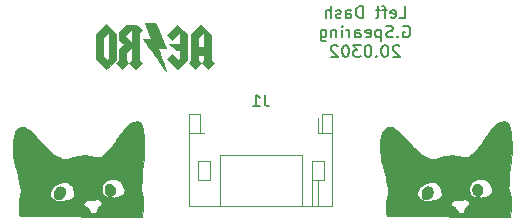
<source format=gbr>
G04 #@! TF.GenerationSoftware,KiCad,Pcbnew,5.1.5-52549c5~84~ubuntu18.04.1*
G04 #@! TF.CreationDate,2020-03-02T21:01:08-05:00*
G04 #@! TF.ProjectId,left-board_rev2,6c656674-2d62-46f6-9172-645f72657632,rev?*
G04 #@! TF.SameCoordinates,Original*
G04 #@! TF.FileFunction,Legend,Bot*
G04 #@! TF.FilePolarity,Positive*
%FSLAX46Y46*%
G04 Gerber Fmt 4.6, Leading zero omitted, Abs format (unit mm)*
G04 Created by KiCad (PCBNEW 5.1.5-52549c5~84~ubuntu18.04.1) date 2020-03-02 21:01:08*
%MOMM*%
%LPD*%
G04 APERTURE LIST*
%ADD10C,0.150000*%
%ADD11C,0.010000*%
%ADD12C,0.120000*%
G04 APERTURE END LIST*
D10*
X131150952Y-35632380D02*
X131627142Y-35632380D01*
X131627142Y-34632380D01*
X130436666Y-35584761D02*
X130531904Y-35632380D01*
X130722380Y-35632380D01*
X130817619Y-35584761D01*
X130865238Y-35489523D01*
X130865238Y-35108571D01*
X130817619Y-35013333D01*
X130722380Y-34965714D01*
X130531904Y-34965714D01*
X130436666Y-35013333D01*
X130389047Y-35108571D01*
X130389047Y-35203809D01*
X130865238Y-35299047D01*
X130103333Y-34965714D02*
X129722380Y-34965714D01*
X129960476Y-35632380D02*
X129960476Y-34775238D01*
X129912857Y-34680000D01*
X129817619Y-34632380D01*
X129722380Y-34632380D01*
X129531904Y-34965714D02*
X129150952Y-34965714D01*
X129389047Y-34632380D02*
X129389047Y-35489523D01*
X129341428Y-35584761D01*
X129246190Y-35632380D01*
X129150952Y-35632380D01*
X128055714Y-35632380D02*
X128055714Y-34632380D01*
X127817619Y-34632380D01*
X127674761Y-34680000D01*
X127579523Y-34775238D01*
X127531904Y-34870476D01*
X127484285Y-35060952D01*
X127484285Y-35203809D01*
X127531904Y-35394285D01*
X127579523Y-35489523D01*
X127674761Y-35584761D01*
X127817619Y-35632380D01*
X128055714Y-35632380D01*
X126627142Y-35632380D02*
X126627142Y-35108571D01*
X126674761Y-35013333D01*
X126770000Y-34965714D01*
X126960476Y-34965714D01*
X127055714Y-35013333D01*
X126627142Y-35584761D02*
X126722380Y-35632380D01*
X126960476Y-35632380D01*
X127055714Y-35584761D01*
X127103333Y-35489523D01*
X127103333Y-35394285D01*
X127055714Y-35299047D01*
X126960476Y-35251428D01*
X126722380Y-35251428D01*
X126627142Y-35203809D01*
X126198571Y-35584761D02*
X126103333Y-35632380D01*
X125912857Y-35632380D01*
X125817619Y-35584761D01*
X125770000Y-35489523D01*
X125770000Y-35441904D01*
X125817619Y-35346666D01*
X125912857Y-35299047D01*
X126055714Y-35299047D01*
X126150952Y-35251428D01*
X126198571Y-35156190D01*
X126198571Y-35108571D01*
X126150952Y-35013333D01*
X126055714Y-34965714D01*
X125912857Y-34965714D01*
X125817619Y-35013333D01*
X125341428Y-35632380D02*
X125341428Y-34632380D01*
X124912857Y-35632380D02*
X124912857Y-35108571D01*
X124960476Y-35013333D01*
X125055714Y-34965714D01*
X125198571Y-34965714D01*
X125293809Y-35013333D01*
X125341428Y-35060952D01*
X131508095Y-36330000D02*
X131603333Y-36282380D01*
X131746190Y-36282380D01*
X131889047Y-36330000D01*
X131984285Y-36425238D01*
X132031904Y-36520476D01*
X132079523Y-36710952D01*
X132079523Y-36853809D01*
X132031904Y-37044285D01*
X131984285Y-37139523D01*
X131889047Y-37234761D01*
X131746190Y-37282380D01*
X131650952Y-37282380D01*
X131508095Y-37234761D01*
X131460476Y-37187142D01*
X131460476Y-36853809D01*
X131650952Y-36853809D01*
X131031904Y-37187142D02*
X130984285Y-37234761D01*
X131031904Y-37282380D01*
X131079523Y-37234761D01*
X131031904Y-37187142D01*
X131031904Y-37282380D01*
X130603333Y-37234761D02*
X130460476Y-37282380D01*
X130222380Y-37282380D01*
X130127142Y-37234761D01*
X130079523Y-37187142D01*
X130031904Y-37091904D01*
X130031904Y-36996666D01*
X130079523Y-36901428D01*
X130127142Y-36853809D01*
X130222380Y-36806190D01*
X130412857Y-36758571D01*
X130508095Y-36710952D01*
X130555714Y-36663333D01*
X130603333Y-36568095D01*
X130603333Y-36472857D01*
X130555714Y-36377619D01*
X130508095Y-36330000D01*
X130412857Y-36282380D01*
X130174761Y-36282380D01*
X130031904Y-36330000D01*
X129603333Y-36615714D02*
X129603333Y-37615714D01*
X129603333Y-36663333D02*
X129508095Y-36615714D01*
X129317619Y-36615714D01*
X129222380Y-36663333D01*
X129174761Y-36710952D01*
X129127142Y-36806190D01*
X129127142Y-37091904D01*
X129174761Y-37187142D01*
X129222380Y-37234761D01*
X129317619Y-37282380D01*
X129508095Y-37282380D01*
X129603333Y-37234761D01*
X128317619Y-37234761D02*
X128412857Y-37282380D01*
X128603333Y-37282380D01*
X128698571Y-37234761D01*
X128746190Y-37139523D01*
X128746190Y-36758571D01*
X128698571Y-36663333D01*
X128603333Y-36615714D01*
X128412857Y-36615714D01*
X128317619Y-36663333D01*
X128270000Y-36758571D01*
X128270000Y-36853809D01*
X128746190Y-36949047D01*
X127412857Y-37282380D02*
X127412857Y-36758571D01*
X127460476Y-36663333D01*
X127555714Y-36615714D01*
X127746190Y-36615714D01*
X127841428Y-36663333D01*
X127412857Y-37234761D02*
X127508095Y-37282380D01*
X127746190Y-37282380D01*
X127841428Y-37234761D01*
X127889047Y-37139523D01*
X127889047Y-37044285D01*
X127841428Y-36949047D01*
X127746190Y-36901428D01*
X127508095Y-36901428D01*
X127412857Y-36853809D01*
X126936666Y-37282380D02*
X126936666Y-36615714D01*
X126936666Y-36806190D02*
X126889047Y-36710952D01*
X126841428Y-36663333D01*
X126746190Y-36615714D01*
X126650952Y-36615714D01*
X126317619Y-37282380D02*
X126317619Y-36615714D01*
X126317619Y-36282380D02*
X126365238Y-36330000D01*
X126317619Y-36377619D01*
X126270000Y-36330000D01*
X126317619Y-36282380D01*
X126317619Y-36377619D01*
X125841428Y-36615714D02*
X125841428Y-37282380D01*
X125841428Y-36710952D02*
X125793809Y-36663333D01*
X125698571Y-36615714D01*
X125555714Y-36615714D01*
X125460476Y-36663333D01*
X125412857Y-36758571D01*
X125412857Y-37282380D01*
X124508095Y-36615714D02*
X124508095Y-37425238D01*
X124555714Y-37520476D01*
X124603333Y-37568095D01*
X124698571Y-37615714D01*
X124841428Y-37615714D01*
X124936666Y-37568095D01*
X124508095Y-37234761D02*
X124603333Y-37282380D01*
X124793809Y-37282380D01*
X124889047Y-37234761D01*
X124936666Y-37187142D01*
X124984285Y-37091904D01*
X124984285Y-36806190D01*
X124936666Y-36710952D01*
X124889047Y-36663333D01*
X124793809Y-36615714D01*
X124603333Y-36615714D01*
X124508095Y-36663333D01*
X131174761Y-38027619D02*
X131127142Y-37980000D01*
X131031904Y-37932380D01*
X130793809Y-37932380D01*
X130698571Y-37980000D01*
X130650952Y-38027619D01*
X130603333Y-38122857D01*
X130603333Y-38218095D01*
X130650952Y-38360952D01*
X131222380Y-38932380D01*
X130603333Y-38932380D01*
X129984285Y-37932380D02*
X129889047Y-37932380D01*
X129793809Y-37980000D01*
X129746190Y-38027619D01*
X129698571Y-38122857D01*
X129650952Y-38313333D01*
X129650952Y-38551428D01*
X129698571Y-38741904D01*
X129746190Y-38837142D01*
X129793809Y-38884761D01*
X129889047Y-38932380D01*
X129984285Y-38932380D01*
X130079523Y-38884761D01*
X130127142Y-38837142D01*
X130174761Y-38741904D01*
X130222380Y-38551428D01*
X130222380Y-38313333D01*
X130174761Y-38122857D01*
X130127142Y-38027619D01*
X130079523Y-37980000D01*
X129984285Y-37932380D01*
X129222380Y-38837142D02*
X129174761Y-38884761D01*
X129222380Y-38932380D01*
X129270000Y-38884761D01*
X129222380Y-38837142D01*
X129222380Y-38932380D01*
X128555714Y-37932380D02*
X128460476Y-37932380D01*
X128365238Y-37980000D01*
X128317619Y-38027619D01*
X128270000Y-38122857D01*
X128222380Y-38313333D01*
X128222380Y-38551428D01*
X128270000Y-38741904D01*
X128317619Y-38837142D01*
X128365238Y-38884761D01*
X128460476Y-38932380D01*
X128555714Y-38932380D01*
X128650952Y-38884761D01*
X128698571Y-38837142D01*
X128746190Y-38741904D01*
X128793809Y-38551428D01*
X128793809Y-38313333D01*
X128746190Y-38122857D01*
X128698571Y-38027619D01*
X128650952Y-37980000D01*
X128555714Y-37932380D01*
X127889047Y-37932380D02*
X127270000Y-37932380D01*
X127603333Y-38313333D01*
X127460476Y-38313333D01*
X127365238Y-38360952D01*
X127317619Y-38408571D01*
X127270000Y-38503809D01*
X127270000Y-38741904D01*
X127317619Y-38837142D01*
X127365238Y-38884761D01*
X127460476Y-38932380D01*
X127746190Y-38932380D01*
X127841428Y-38884761D01*
X127889047Y-38837142D01*
X126650952Y-37932380D02*
X126555714Y-37932380D01*
X126460476Y-37980000D01*
X126412857Y-38027619D01*
X126365238Y-38122857D01*
X126317619Y-38313333D01*
X126317619Y-38551428D01*
X126365238Y-38741904D01*
X126412857Y-38837142D01*
X126460476Y-38884761D01*
X126555714Y-38932380D01*
X126650952Y-38932380D01*
X126746190Y-38884761D01*
X126793809Y-38837142D01*
X126841428Y-38741904D01*
X126889047Y-38551428D01*
X126889047Y-38313333D01*
X126841428Y-38122857D01*
X126793809Y-38027619D01*
X126746190Y-37980000D01*
X126650952Y-37932380D01*
X125936666Y-38027619D02*
X125889047Y-37980000D01*
X125793809Y-37932380D01*
X125555714Y-37932380D01*
X125460476Y-37980000D01*
X125412857Y-38027619D01*
X125365238Y-38122857D01*
X125365238Y-38218095D01*
X125412857Y-38360952D01*
X125984285Y-38932380D01*
X125365238Y-38932380D01*
D11*
G36*
X139959779Y-44393791D02*
G01*
X139872663Y-44406694D01*
X139704546Y-44457810D01*
X139540446Y-44536134D01*
X139376713Y-44645166D01*
X139209697Y-44788408D01*
X139035745Y-44969362D01*
X138851209Y-45191528D01*
X138652436Y-45458409D01*
X138435776Y-45773506D01*
X138415064Y-45804666D01*
X138265450Y-46027569D01*
X138136807Y-46212425D01*
X138021290Y-46369720D01*
X137911053Y-46509941D01*
X137798250Y-46643574D01*
X137728833Y-46721888D01*
X137603623Y-46853992D01*
X137462946Y-46990881D01*
X137318360Y-47122262D01*
X137181421Y-47237839D01*
X137063685Y-47327316D01*
X137009359Y-47362835D01*
X136886940Y-47435708D01*
X136444915Y-47362289D01*
X136165207Y-47318271D01*
X135928123Y-47287899D01*
X135721395Y-47271665D01*
X135532755Y-47270064D01*
X135349936Y-47283587D01*
X135160671Y-47312727D01*
X134952692Y-47357979D01*
X134713732Y-47419833D01*
X134662334Y-47433911D01*
X134418171Y-47497202D01*
X134215443Y-47538831D01*
X134043335Y-47558494D01*
X133891032Y-47555883D01*
X133747721Y-47530691D01*
X133602585Y-47482613D01*
X133444812Y-47411342D01*
X133419508Y-47398693D01*
X133235413Y-47299083D01*
X133063032Y-47190338D01*
X132895017Y-47066205D01*
X132724019Y-46920436D01*
X132542689Y-46746779D01*
X132343678Y-46538986D01*
X132128100Y-46300376D01*
X131868929Y-46012064D01*
X131629863Y-45755391D01*
X131413558Y-45533006D01*
X131222673Y-45347562D01*
X131059864Y-45201712D01*
X130927791Y-45098106D01*
X130912760Y-45087703D01*
X130696215Y-44954819D01*
X130506333Y-44869941D01*
X130339864Y-44833205D01*
X130193560Y-44844749D01*
X130064171Y-44904711D01*
X129948449Y-45013228D01*
X129865363Y-45132033D01*
X129729252Y-45408839D01*
X129628168Y-45725238D01*
X129562101Y-46076565D01*
X129531046Y-46458156D01*
X129534993Y-46865349D01*
X129573935Y-47293479D01*
X129647863Y-47737882D01*
X129756770Y-48193896D01*
X129871243Y-48570444D01*
X129919723Y-48719452D01*
X129960897Y-48852936D01*
X129991656Y-48960260D01*
X130008892Y-49030789D01*
X130011479Y-49050222D01*
X130019096Y-49207161D01*
X130044112Y-49397356D01*
X130083101Y-49601600D01*
X130132640Y-49800686D01*
X130163146Y-49901035D01*
X130204337Y-50028478D01*
X130231496Y-50126712D01*
X130244644Y-50210052D01*
X130243800Y-50292812D01*
X130228987Y-50389307D01*
X130200224Y-50513850D01*
X130164246Y-50654700D01*
X130128138Y-50805359D01*
X130093794Y-50966793D01*
X130066931Y-51111534D01*
X130060027Y-51155391D01*
X130046769Y-51291111D01*
X130040162Y-51459731D01*
X130039769Y-51646663D01*
X130045152Y-51837323D01*
X130055876Y-52017123D01*
X130071502Y-52171478D01*
X130091595Y-52285802D01*
X130094186Y-52295777D01*
X130132667Y-52436888D01*
X140496961Y-52451150D01*
X140528674Y-52288797D01*
X140588947Y-51851656D01*
X140605190Y-51395199D01*
X140600631Y-51317710D01*
X137071303Y-51317710D01*
X137057333Y-51415464D01*
X137016573Y-51495442D01*
X136958723Y-51542000D01*
X136928566Y-51547888D01*
X136868842Y-51572659D01*
X136805898Y-51637196D01*
X136751467Y-51726841D01*
X136722220Y-51805700D01*
X136673755Y-51943719D01*
X136607322Y-52041838D01*
X136516412Y-52113575D01*
X136392063Y-52160980D01*
X136265592Y-52159149D01*
X136157197Y-52111681D01*
X136090034Y-52038423D01*
X136029083Y-51924314D01*
X136016630Y-51892959D01*
X135965572Y-51770798D01*
X135915971Y-51692419D01*
X135857473Y-51646412D01*
X135779724Y-51621363D01*
X135768211Y-51619151D01*
X135646920Y-51585419D01*
X135573555Y-51533739D01*
X135540739Y-51457439D01*
X135537223Y-51410361D01*
X135561352Y-51296244D01*
X135624708Y-51181893D01*
X135713741Y-51087093D01*
X135790793Y-51040066D01*
X135854769Y-51020401D01*
X135925172Y-51017351D01*
X136022688Y-51030761D01*
X136060617Y-51038029D01*
X136157878Y-51054891D01*
X136234714Y-51058704D01*
X136313643Y-51047869D01*
X136417181Y-51020786D01*
X136453464Y-51010127D01*
X136612764Y-50973057D01*
X136738929Y-50970562D01*
X136845263Y-51005135D01*
X136945073Y-51079272D01*
X136973866Y-51107668D01*
X137039280Y-51189407D01*
X137067420Y-51270334D01*
X137071303Y-51317710D01*
X140600631Y-51317710D01*
X140578087Y-50934552D01*
X140508322Y-50484845D01*
X140436556Y-50193823D01*
X139013460Y-50193823D01*
X138990586Y-50343980D01*
X138925079Y-50469323D01*
X138803234Y-50592989D01*
X138634803Y-50696203D01*
X138427065Y-50775379D01*
X138204223Y-50824412D01*
X138089675Y-50832451D01*
X137942254Y-50829819D01*
X137784171Y-50818158D01*
X137637638Y-50799108D01*
X137524866Y-50774312D01*
X137524395Y-50774167D01*
X137348112Y-50702861D01*
X137219684Y-50608505D01*
X137183644Y-50556440D01*
X134764306Y-50556440D01*
X134740668Y-50657047D01*
X134738451Y-50661464D01*
X134630970Y-50807393D01*
X134476739Y-50926995D01*
X134279723Y-51018722D01*
X134043884Y-51081026D01*
X133773188Y-51112361D01*
X133575778Y-51115292D01*
X133418679Y-51110138D01*
X133303265Y-51101126D01*
X133214801Y-51086049D01*
X133138552Y-51062702D01*
X133089593Y-51042504D01*
X132953744Y-50962065D01*
X132830143Y-50852561D01*
X132734012Y-50729488D01*
X132687664Y-50633351D01*
X132669468Y-50492911D01*
X132697183Y-50337808D01*
X132765371Y-50176813D01*
X132868595Y-50018698D01*
X133001415Y-49872236D01*
X133158394Y-49746196D01*
X133282916Y-49673223D01*
X133524233Y-49574897D01*
X133756970Y-49523554D01*
X133976012Y-49518589D01*
X134176243Y-49559399D01*
X134352547Y-49645380D01*
X134499809Y-49775928D01*
X134535642Y-49821068D01*
X134616914Y-49954750D01*
X134683630Y-50108440D01*
X134732575Y-50268825D01*
X134760538Y-50422596D01*
X134764306Y-50556440D01*
X137183644Y-50556440D01*
X137133364Y-50483804D01*
X137083405Y-50321461D01*
X137067873Y-50194607D01*
X137075729Y-49965175D01*
X137132487Y-49762407D01*
X137236004Y-49588876D01*
X137384136Y-49447153D01*
X137574740Y-49339811D01*
X137805673Y-49269423D01*
X137844904Y-49261992D01*
X138076199Y-49248304D01*
X138295704Y-49287831D01*
X138498097Y-49377716D01*
X138678053Y-49515101D01*
X138830250Y-49697129D01*
X138909492Y-49833456D01*
X138986459Y-50024862D01*
X139013460Y-50193823D01*
X140436556Y-50193823D01*
X140433274Y-50180518D01*
X140368421Y-49956148D01*
X140423855Y-49743074D01*
X140445759Y-49648748D01*
X140460753Y-49554498D01*
X140469759Y-49447454D01*
X140473701Y-49314746D01*
X140473500Y-49143506D01*
X140472510Y-49064333D01*
X140471016Y-48871510D01*
X140473840Y-48716929D01*
X140482416Y-48582462D01*
X140498181Y-48449980D01*
X140522569Y-48301354D01*
X140540673Y-48203555D01*
X140587985Y-47930968D01*
X140623631Y-47668148D01*
X140648784Y-47400784D01*
X140664614Y-47114567D01*
X140672293Y-46795187D01*
X140673474Y-46580777D01*
X140668898Y-46196194D01*
X140654673Y-45857732D01*
X140630056Y-45555776D01*
X140594301Y-45280710D01*
X140556640Y-45070888D01*
X140516066Y-44898787D01*
X140467994Y-44739853D01*
X140416368Y-44604192D01*
X140365133Y-44501912D01*
X140318233Y-44443118D01*
X140309348Y-44437266D01*
X140216086Y-44406979D01*
X140091682Y-44391935D01*
X139959779Y-44393791D01*
G37*
X139959779Y-44393791D02*
X139872663Y-44406694D01*
X139704546Y-44457810D01*
X139540446Y-44536134D01*
X139376713Y-44645166D01*
X139209697Y-44788408D01*
X139035745Y-44969362D01*
X138851209Y-45191528D01*
X138652436Y-45458409D01*
X138435776Y-45773506D01*
X138415064Y-45804666D01*
X138265450Y-46027569D01*
X138136807Y-46212425D01*
X138021290Y-46369720D01*
X137911053Y-46509941D01*
X137798250Y-46643574D01*
X137728833Y-46721888D01*
X137603623Y-46853992D01*
X137462946Y-46990881D01*
X137318360Y-47122262D01*
X137181421Y-47237839D01*
X137063685Y-47327316D01*
X137009359Y-47362835D01*
X136886940Y-47435708D01*
X136444915Y-47362289D01*
X136165207Y-47318271D01*
X135928123Y-47287899D01*
X135721395Y-47271665D01*
X135532755Y-47270064D01*
X135349936Y-47283587D01*
X135160671Y-47312727D01*
X134952692Y-47357979D01*
X134713732Y-47419833D01*
X134662334Y-47433911D01*
X134418171Y-47497202D01*
X134215443Y-47538831D01*
X134043335Y-47558494D01*
X133891032Y-47555883D01*
X133747721Y-47530691D01*
X133602585Y-47482613D01*
X133444812Y-47411342D01*
X133419508Y-47398693D01*
X133235413Y-47299083D01*
X133063032Y-47190338D01*
X132895017Y-47066205D01*
X132724019Y-46920436D01*
X132542689Y-46746779D01*
X132343678Y-46538986D01*
X132128100Y-46300376D01*
X131868929Y-46012064D01*
X131629863Y-45755391D01*
X131413558Y-45533006D01*
X131222673Y-45347562D01*
X131059864Y-45201712D01*
X130927791Y-45098106D01*
X130912760Y-45087703D01*
X130696215Y-44954819D01*
X130506333Y-44869941D01*
X130339864Y-44833205D01*
X130193560Y-44844749D01*
X130064171Y-44904711D01*
X129948449Y-45013228D01*
X129865363Y-45132033D01*
X129729252Y-45408839D01*
X129628168Y-45725238D01*
X129562101Y-46076565D01*
X129531046Y-46458156D01*
X129534993Y-46865349D01*
X129573935Y-47293479D01*
X129647863Y-47737882D01*
X129756770Y-48193896D01*
X129871243Y-48570444D01*
X129919723Y-48719452D01*
X129960897Y-48852936D01*
X129991656Y-48960260D01*
X130008892Y-49030789D01*
X130011479Y-49050222D01*
X130019096Y-49207161D01*
X130044112Y-49397356D01*
X130083101Y-49601600D01*
X130132640Y-49800686D01*
X130163146Y-49901035D01*
X130204337Y-50028478D01*
X130231496Y-50126712D01*
X130244644Y-50210052D01*
X130243800Y-50292812D01*
X130228987Y-50389307D01*
X130200224Y-50513850D01*
X130164246Y-50654700D01*
X130128138Y-50805359D01*
X130093794Y-50966793D01*
X130066931Y-51111534D01*
X130060027Y-51155391D01*
X130046769Y-51291111D01*
X130040162Y-51459731D01*
X130039769Y-51646663D01*
X130045152Y-51837323D01*
X130055876Y-52017123D01*
X130071502Y-52171478D01*
X130091595Y-52285802D01*
X130094186Y-52295777D01*
X130132667Y-52436888D01*
X140496961Y-52451150D01*
X140528674Y-52288797D01*
X140588947Y-51851656D01*
X140605190Y-51395199D01*
X140600631Y-51317710D01*
X137071303Y-51317710D01*
X137057333Y-51415464D01*
X137016573Y-51495442D01*
X136958723Y-51542000D01*
X136928566Y-51547888D01*
X136868842Y-51572659D01*
X136805898Y-51637196D01*
X136751467Y-51726841D01*
X136722220Y-51805700D01*
X136673755Y-51943719D01*
X136607322Y-52041838D01*
X136516412Y-52113575D01*
X136392063Y-52160980D01*
X136265592Y-52159149D01*
X136157197Y-52111681D01*
X136090034Y-52038423D01*
X136029083Y-51924314D01*
X136016630Y-51892959D01*
X135965572Y-51770798D01*
X135915971Y-51692419D01*
X135857473Y-51646412D01*
X135779724Y-51621363D01*
X135768211Y-51619151D01*
X135646920Y-51585419D01*
X135573555Y-51533739D01*
X135540739Y-51457439D01*
X135537223Y-51410361D01*
X135561352Y-51296244D01*
X135624708Y-51181893D01*
X135713741Y-51087093D01*
X135790793Y-51040066D01*
X135854769Y-51020401D01*
X135925172Y-51017351D01*
X136022688Y-51030761D01*
X136060617Y-51038029D01*
X136157878Y-51054891D01*
X136234714Y-51058704D01*
X136313643Y-51047869D01*
X136417181Y-51020786D01*
X136453464Y-51010127D01*
X136612764Y-50973057D01*
X136738929Y-50970562D01*
X136845263Y-51005135D01*
X136945073Y-51079272D01*
X136973866Y-51107668D01*
X137039280Y-51189407D01*
X137067420Y-51270334D01*
X137071303Y-51317710D01*
X140600631Y-51317710D01*
X140578087Y-50934552D01*
X140508322Y-50484845D01*
X140436556Y-50193823D01*
X139013460Y-50193823D01*
X138990586Y-50343980D01*
X138925079Y-50469323D01*
X138803234Y-50592989D01*
X138634803Y-50696203D01*
X138427065Y-50775379D01*
X138204223Y-50824412D01*
X138089675Y-50832451D01*
X137942254Y-50829819D01*
X137784171Y-50818158D01*
X137637638Y-50799108D01*
X137524866Y-50774312D01*
X137524395Y-50774167D01*
X137348112Y-50702861D01*
X137219684Y-50608505D01*
X137183644Y-50556440D01*
X134764306Y-50556440D01*
X134740668Y-50657047D01*
X134738451Y-50661464D01*
X134630970Y-50807393D01*
X134476739Y-50926995D01*
X134279723Y-51018722D01*
X134043884Y-51081026D01*
X133773188Y-51112361D01*
X133575778Y-51115292D01*
X133418679Y-51110138D01*
X133303265Y-51101126D01*
X133214801Y-51086049D01*
X133138552Y-51062702D01*
X133089593Y-51042504D01*
X132953744Y-50962065D01*
X132830143Y-50852561D01*
X132734012Y-50729488D01*
X132687664Y-50633351D01*
X132669468Y-50492911D01*
X132697183Y-50337808D01*
X132765371Y-50176813D01*
X132868595Y-50018698D01*
X133001415Y-49872236D01*
X133158394Y-49746196D01*
X133282916Y-49673223D01*
X133524233Y-49574897D01*
X133756970Y-49523554D01*
X133976012Y-49518589D01*
X134176243Y-49559399D01*
X134352547Y-49645380D01*
X134499809Y-49775928D01*
X134535642Y-49821068D01*
X134616914Y-49954750D01*
X134683630Y-50108440D01*
X134732575Y-50268825D01*
X134760538Y-50422596D01*
X134764306Y-50556440D01*
X137183644Y-50556440D01*
X137133364Y-50483804D01*
X137083405Y-50321461D01*
X137067873Y-50194607D01*
X137075729Y-49965175D01*
X137132487Y-49762407D01*
X137236004Y-49588876D01*
X137384136Y-49447153D01*
X137574740Y-49339811D01*
X137805673Y-49269423D01*
X137844904Y-49261992D01*
X138076199Y-49248304D01*
X138295704Y-49287831D01*
X138498097Y-49377716D01*
X138678053Y-49515101D01*
X138830250Y-49697129D01*
X138909492Y-49833456D01*
X138986459Y-50024862D01*
X139013460Y-50193823D01*
X140436556Y-50193823D01*
X140433274Y-50180518D01*
X140368421Y-49956148D01*
X140423855Y-49743074D01*
X140445759Y-49648748D01*
X140460753Y-49554498D01*
X140469759Y-49447454D01*
X140473701Y-49314746D01*
X140473500Y-49143506D01*
X140472510Y-49064333D01*
X140471016Y-48871510D01*
X140473840Y-48716929D01*
X140482416Y-48582462D01*
X140498181Y-48449980D01*
X140522569Y-48301354D01*
X140540673Y-48203555D01*
X140587985Y-47930968D01*
X140623631Y-47668148D01*
X140648784Y-47400784D01*
X140664614Y-47114567D01*
X140672293Y-46795187D01*
X140673474Y-46580777D01*
X140668898Y-46196194D01*
X140654673Y-45857732D01*
X140630056Y-45555776D01*
X140594301Y-45280710D01*
X140556640Y-45070888D01*
X140516066Y-44898787D01*
X140467994Y-44739853D01*
X140416368Y-44604192D01*
X140365133Y-44501912D01*
X140318233Y-44443118D01*
X140309348Y-44437266D01*
X140216086Y-44406979D01*
X140091682Y-44391935D01*
X139959779Y-44393791D01*
G36*
X133450480Y-49910541D02*
G01*
X133300989Y-49978294D01*
X133183136Y-50089158D01*
X133101001Y-50236989D01*
X133058660Y-50415640D01*
X133053667Y-50508559D01*
X133071786Y-50691562D01*
X133124412Y-50833594D01*
X133208943Y-50932323D01*
X133322783Y-50985416D01*
X133463331Y-50990540D01*
X133565312Y-50967812D01*
X133705308Y-50896375D01*
X133824861Y-50780618D01*
X133913740Y-50631733D01*
X133941074Y-50556670D01*
X133972125Y-50438408D01*
X133982551Y-50347618D01*
X133973199Y-50259572D01*
X133953960Y-50181335D01*
X133890874Y-50047701D01*
X133791244Y-49952898D01*
X133663250Y-49901327D01*
X133515077Y-49897389D01*
X133450480Y-49910541D01*
G37*
X133450480Y-49910541D02*
X133300989Y-49978294D01*
X133183136Y-50089158D01*
X133101001Y-50236989D01*
X133058660Y-50415640D01*
X133053667Y-50508559D01*
X133071786Y-50691562D01*
X133124412Y-50833594D01*
X133208943Y-50932323D01*
X133322783Y-50985416D01*
X133463331Y-50990540D01*
X133565312Y-50967812D01*
X133705308Y-50896375D01*
X133824861Y-50780618D01*
X133913740Y-50631733D01*
X133941074Y-50556670D01*
X133972125Y-50438408D01*
X133982551Y-50347618D01*
X133973199Y-50259572D01*
X133953960Y-50181335D01*
X133890874Y-50047701D01*
X133791244Y-49952898D01*
X133663250Y-49901327D01*
X133515077Y-49897389D01*
X133450480Y-49910541D01*
G36*
X137591272Y-49718494D02*
G01*
X137473375Y-49791328D01*
X137387686Y-49899474D01*
X137342612Y-50040654D01*
X137335545Y-50202261D01*
X137364304Y-50365091D01*
X137426704Y-50509939D01*
X137462920Y-50561406D01*
X137570044Y-50650689D01*
X137700865Y-50696847D01*
X137840249Y-50697722D01*
X137973065Y-50651156D01*
X137995438Y-50637349D01*
X138100491Y-50535811D01*
X138168944Y-50403932D01*
X138200834Y-50254314D01*
X138196193Y-50099557D01*
X138155058Y-49952262D01*
X138077463Y-49825029D01*
X137992983Y-49748722D01*
X137865558Y-49693584D01*
X137726827Y-49684710D01*
X137591272Y-49718494D01*
G37*
X137591272Y-49718494D02*
X137473375Y-49791328D01*
X137387686Y-49899474D01*
X137342612Y-50040654D01*
X137335545Y-50202261D01*
X137364304Y-50365091D01*
X137426704Y-50509939D01*
X137462920Y-50561406D01*
X137570044Y-50650689D01*
X137700865Y-50696847D01*
X137840249Y-50697722D01*
X137973065Y-50651156D01*
X137995438Y-50637349D01*
X138100491Y-50535811D01*
X138168944Y-50403932D01*
X138200834Y-50254314D01*
X138196193Y-50099557D01*
X138155058Y-49952262D01*
X138077463Y-49825029D01*
X137992983Y-49748722D01*
X137865558Y-49693584D01*
X137726827Y-49684710D01*
X137591272Y-49718494D01*
G36*
X106476272Y-49718494D02*
G01*
X106358375Y-49791328D01*
X106272686Y-49899474D01*
X106227612Y-50040654D01*
X106220545Y-50202261D01*
X106249304Y-50365091D01*
X106311704Y-50509939D01*
X106347920Y-50561406D01*
X106455044Y-50650689D01*
X106585865Y-50696847D01*
X106725249Y-50697722D01*
X106858065Y-50651156D01*
X106880438Y-50637349D01*
X106985491Y-50535811D01*
X107053944Y-50403932D01*
X107085834Y-50254314D01*
X107081193Y-50099557D01*
X107040058Y-49952262D01*
X106962463Y-49825029D01*
X106877983Y-49748722D01*
X106750558Y-49693584D01*
X106611827Y-49684710D01*
X106476272Y-49718494D01*
G37*
X106476272Y-49718494D02*
X106358375Y-49791328D01*
X106272686Y-49899474D01*
X106227612Y-50040654D01*
X106220545Y-50202261D01*
X106249304Y-50365091D01*
X106311704Y-50509939D01*
X106347920Y-50561406D01*
X106455044Y-50650689D01*
X106585865Y-50696847D01*
X106725249Y-50697722D01*
X106858065Y-50651156D01*
X106880438Y-50637349D01*
X106985491Y-50535811D01*
X107053944Y-50403932D01*
X107085834Y-50254314D01*
X107081193Y-50099557D01*
X107040058Y-49952262D01*
X106962463Y-49825029D01*
X106877983Y-49748722D01*
X106750558Y-49693584D01*
X106611827Y-49684710D01*
X106476272Y-49718494D01*
G36*
X102335480Y-49910541D02*
G01*
X102185989Y-49978294D01*
X102068136Y-50089158D01*
X101986001Y-50236989D01*
X101943660Y-50415640D01*
X101938667Y-50508559D01*
X101956786Y-50691562D01*
X102009412Y-50833594D01*
X102093943Y-50932323D01*
X102207783Y-50985416D01*
X102348331Y-50990540D01*
X102450312Y-50967812D01*
X102590308Y-50896375D01*
X102709861Y-50780618D01*
X102798740Y-50631733D01*
X102826074Y-50556670D01*
X102857125Y-50438408D01*
X102867551Y-50347618D01*
X102858199Y-50259572D01*
X102838960Y-50181335D01*
X102775874Y-50047701D01*
X102676244Y-49952898D01*
X102548250Y-49901327D01*
X102400077Y-49897389D01*
X102335480Y-49910541D01*
G37*
X102335480Y-49910541D02*
X102185989Y-49978294D01*
X102068136Y-50089158D01*
X101986001Y-50236989D01*
X101943660Y-50415640D01*
X101938667Y-50508559D01*
X101956786Y-50691562D01*
X102009412Y-50833594D01*
X102093943Y-50932323D01*
X102207783Y-50985416D01*
X102348331Y-50990540D01*
X102450312Y-50967812D01*
X102590308Y-50896375D01*
X102709861Y-50780618D01*
X102798740Y-50631733D01*
X102826074Y-50556670D01*
X102857125Y-50438408D01*
X102867551Y-50347618D01*
X102858199Y-50259572D01*
X102838960Y-50181335D01*
X102775874Y-50047701D01*
X102676244Y-49952898D01*
X102548250Y-49901327D01*
X102400077Y-49897389D01*
X102335480Y-49910541D01*
G36*
X108844779Y-44393791D02*
G01*
X108757663Y-44406694D01*
X108589546Y-44457810D01*
X108425446Y-44536134D01*
X108261713Y-44645166D01*
X108094697Y-44788408D01*
X107920745Y-44969362D01*
X107736209Y-45191528D01*
X107537436Y-45458409D01*
X107320776Y-45773506D01*
X107300064Y-45804666D01*
X107150450Y-46027569D01*
X107021807Y-46212425D01*
X106906290Y-46369720D01*
X106796053Y-46509941D01*
X106683250Y-46643574D01*
X106613833Y-46721888D01*
X106488623Y-46853992D01*
X106347946Y-46990881D01*
X106203360Y-47122262D01*
X106066421Y-47237839D01*
X105948685Y-47327316D01*
X105894359Y-47362835D01*
X105771940Y-47435708D01*
X105329915Y-47362289D01*
X105050207Y-47318271D01*
X104813123Y-47287899D01*
X104606395Y-47271665D01*
X104417755Y-47270064D01*
X104234936Y-47283587D01*
X104045671Y-47312727D01*
X103837692Y-47357979D01*
X103598732Y-47419833D01*
X103547334Y-47433911D01*
X103303171Y-47497202D01*
X103100443Y-47538831D01*
X102928335Y-47558494D01*
X102776032Y-47555883D01*
X102632721Y-47530691D01*
X102487585Y-47482613D01*
X102329812Y-47411342D01*
X102304508Y-47398693D01*
X102120413Y-47299083D01*
X101948032Y-47190338D01*
X101780017Y-47066205D01*
X101609019Y-46920436D01*
X101427689Y-46746779D01*
X101228678Y-46538986D01*
X101013100Y-46300376D01*
X100753929Y-46012064D01*
X100514863Y-45755391D01*
X100298558Y-45533006D01*
X100107673Y-45347562D01*
X99944864Y-45201712D01*
X99812791Y-45098106D01*
X99797760Y-45087703D01*
X99581215Y-44954819D01*
X99391333Y-44869941D01*
X99224864Y-44833205D01*
X99078560Y-44844749D01*
X98949171Y-44904711D01*
X98833449Y-45013228D01*
X98750363Y-45132033D01*
X98614252Y-45408839D01*
X98513168Y-45725238D01*
X98447101Y-46076565D01*
X98416046Y-46458156D01*
X98419993Y-46865349D01*
X98458935Y-47293479D01*
X98532863Y-47737882D01*
X98641770Y-48193896D01*
X98756243Y-48570444D01*
X98804723Y-48719452D01*
X98845897Y-48852936D01*
X98876656Y-48960260D01*
X98893892Y-49030789D01*
X98896479Y-49050222D01*
X98904096Y-49207161D01*
X98929112Y-49397356D01*
X98968101Y-49601600D01*
X99017640Y-49800686D01*
X99048146Y-49901035D01*
X99089337Y-50028478D01*
X99116496Y-50126712D01*
X99129644Y-50210052D01*
X99128800Y-50292812D01*
X99113987Y-50389307D01*
X99085224Y-50513850D01*
X99049246Y-50654700D01*
X99013138Y-50805359D01*
X98978794Y-50966793D01*
X98951931Y-51111534D01*
X98945027Y-51155391D01*
X98931769Y-51291111D01*
X98925162Y-51459731D01*
X98924769Y-51646663D01*
X98930152Y-51837323D01*
X98940876Y-52017123D01*
X98956502Y-52171478D01*
X98976595Y-52285802D01*
X98979186Y-52295777D01*
X99017667Y-52436888D01*
X109381961Y-52451150D01*
X109413674Y-52288797D01*
X109473947Y-51851656D01*
X109490190Y-51395199D01*
X109485631Y-51317710D01*
X105956303Y-51317710D01*
X105942333Y-51415464D01*
X105901573Y-51495442D01*
X105843723Y-51542000D01*
X105813566Y-51547888D01*
X105753842Y-51572659D01*
X105690898Y-51637196D01*
X105636467Y-51726841D01*
X105607220Y-51805700D01*
X105558755Y-51943719D01*
X105492322Y-52041838D01*
X105401412Y-52113575D01*
X105277063Y-52160980D01*
X105150592Y-52159149D01*
X105042197Y-52111681D01*
X104975034Y-52038423D01*
X104914083Y-51924314D01*
X104901630Y-51892959D01*
X104850572Y-51770798D01*
X104800971Y-51692419D01*
X104742473Y-51646412D01*
X104664724Y-51621363D01*
X104653211Y-51619151D01*
X104531920Y-51585419D01*
X104458555Y-51533739D01*
X104425739Y-51457439D01*
X104422223Y-51410361D01*
X104446352Y-51296244D01*
X104509708Y-51181893D01*
X104598741Y-51087093D01*
X104675793Y-51040066D01*
X104739769Y-51020401D01*
X104810172Y-51017351D01*
X104907688Y-51030761D01*
X104945617Y-51038029D01*
X105042878Y-51054891D01*
X105119714Y-51058704D01*
X105198643Y-51047869D01*
X105302181Y-51020786D01*
X105338464Y-51010127D01*
X105497764Y-50973057D01*
X105623929Y-50970562D01*
X105730263Y-51005135D01*
X105830073Y-51079272D01*
X105858866Y-51107668D01*
X105924280Y-51189407D01*
X105952420Y-51270334D01*
X105956303Y-51317710D01*
X109485631Y-51317710D01*
X109463087Y-50934552D01*
X109393322Y-50484845D01*
X109321556Y-50193823D01*
X107898460Y-50193823D01*
X107875586Y-50343980D01*
X107810079Y-50469323D01*
X107688234Y-50592989D01*
X107519803Y-50696203D01*
X107312065Y-50775379D01*
X107089223Y-50824412D01*
X106974675Y-50832451D01*
X106827254Y-50829819D01*
X106669171Y-50818158D01*
X106522638Y-50799108D01*
X106409866Y-50774312D01*
X106409395Y-50774167D01*
X106233112Y-50702861D01*
X106104684Y-50608505D01*
X106068644Y-50556440D01*
X103649306Y-50556440D01*
X103625668Y-50657047D01*
X103623451Y-50661464D01*
X103515970Y-50807393D01*
X103361739Y-50926995D01*
X103164723Y-51018722D01*
X102928884Y-51081026D01*
X102658188Y-51112361D01*
X102460778Y-51115292D01*
X102303679Y-51110138D01*
X102188265Y-51101126D01*
X102099801Y-51086049D01*
X102023552Y-51062702D01*
X101974593Y-51042504D01*
X101838744Y-50962065D01*
X101715143Y-50852561D01*
X101619012Y-50729488D01*
X101572664Y-50633351D01*
X101554468Y-50492911D01*
X101582183Y-50337808D01*
X101650371Y-50176813D01*
X101753595Y-50018698D01*
X101886415Y-49872236D01*
X102043394Y-49746196D01*
X102167916Y-49673223D01*
X102409233Y-49574897D01*
X102641970Y-49523554D01*
X102861012Y-49518589D01*
X103061243Y-49559399D01*
X103237547Y-49645380D01*
X103384809Y-49775928D01*
X103420642Y-49821068D01*
X103501914Y-49954750D01*
X103568630Y-50108440D01*
X103617575Y-50268825D01*
X103645538Y-50422596D01*
X103649306Y-50556440D01*
X106068644Y-50556440D01*
X106018364Y-50483804D01*
X105968405Y-50321461D01*
X105952873Y-50194607D01*
X105960729Y-49965175D01*
X106017487Y-49762407D01*
X106121004Y-49588876D01*
X106269136Y-49447153D01*
X106459740Y-49339811D01*
X106690673Y-49269423D01*
X106729904Y-49261992D01*
X106961199Y-49248304D01*
X107180704Y-49287831D01*
X107383097Y-49377716D01*
X107563053Y-49515101D01*
X107715250Y-49697129D01*
X107794492Y-49833456D01*
X107871459Y-50024862D01*
X107898460Y-50193823D01*
X109321556Y-50193823D01*
X109318274Y-50180518D01*
X109253421Y-49956148D01*
X109308855Y-49743074D01*
X109330759Y-49648748D01*
X109345753Y-49554498D01*
X109354759Y-49447454D01*
X109358701Y-49314746D01*
X109358500Y-49143506D01*
X109357510Y-49064333D01*
X109356016Y-48871510D01*
X109358840Y-48716929D01*
X109367416Y-48582462D01*
X109383181Y-48449980D01*
X109407569Y-48301354D01*
X109425673Y-48203555D01*
X109472985Y-47930968D01*
X109508631Y-47668148D01*
X109533784Y-47400784D01*
X109549614Y-47114567D01*
X109557293Y-46795187D01*
X109558474Y-46580777D01*
X109553898Y-46196194D01*
X109539673Y-45857732D01*
X109515056Y-45555776D01*
X109479301Y-45280710D01*
X109441640Y-45070888D01*
X109401066Y-44898787D01*
X109352994Y-44739853D01*
X109301368Y-44604192D01*
X109250133Y-44501912D01*
X109203233Y-44443118D01*
X109194348Y-44437266D01*
X109101086Y-44406979D01*
X108976682Y-44391935D01*
X108844779Y-44393791D01*
G37*
X108844779Y-44393791D02*
X108757663Y-44406694D01*
X108589546Y-44457810D01*
X108425446Y-44536134D01*
X108261713Y-44645166D01*
X108094697Y-44788408D01*
X107920745Y-44969362D01*
X107736209Y-45191528D01*
X107537436Y-45458409D01*
X107320776Y-45773506D01*
X107300064Y-45804666D01*
X107150450Y-46027569D01*
X107021807Y-46212425D01*
X106906290Y-46369720D01*
X106796053Y-46509941D01*
X106683250Y-46643574D01*
X106613833Y-46721888D01*
X106488623Y-46853992D01*
X106347946Y-46990881D01*
X106203360Y-47122262D01*
X106066421Y-47237839D01*
X105948685Y-47327316D01*
X105894359Y-47362835D01*
X105771940Y-47435708D01*
X105329915Y-47362289D01*
X105050207Y-47318271D01*
X104813123Y-47287899D01*
X104606395Y-47271665D01*
X104417755Y-47270064D01*
X104234936Y-47283587D01*
X104045671Y-47312727D01*
X103837692Y-47357979D01*
X103598732Y-47419833D01*
X103547334Y-47433911D01*
X103303171Y-47497202D01*
X103100443Y-47538831D01*
X102928335Y-47558494D01*
X102776032Y-47555883D01*
X102632721Y-47530691D01*
X102487585Y-47482613D01*
X102329812Y-47411342D01*
X102304508Y-47398693D01*
X102120413Y-47299083D01*
X101948032Y-47190338D01*
X101780017Y-47066205D01*
X101609019Y-46920436D01*
X101427689Y-46746779D01*
X101228678Y-46538986D01*
X101013100Y-46300376D01*
X100753929Y-46012064D01*
X100514863Y-45755391D01*
X100298558Y-45533006D01*
X100107673Y-45347562D01*
X99944864Y-45201712D01*
X99812791Y-45098106D01*
X99797760Y-45087703D01*
X99581215Y-44954819D01*
X99391333Y-44869941D01*
X99224864Y-44833205D01*
X99078560Y-44844749D01*
X98949171Y-44904711D01*
X98833449Y-45013228D01*
X98750363Y-45132033D01*
X98614252Y-45408839D01*
X98513168Y-45725238D01*
X98447101Y-46076565D01*
X98416046Y-46458156D01*
X98419993Y-46865349D01*
X98458935Y-47293479D01*
X98532863Y-47737882D01*
X98641770Y-48193896D01*
X98756243Y-48570444D01*
X98804723Y-48719452D01*
X98845897Y-48852936D01*
X98876656Y-48960260D01*
X98893892Y-49030789D01*
X98896479Y-49050222D01*
X98904096Y-49207161D01*
X98929112Y-49397356D01*
X98968101Y-49601600D01*
X99017640Y-49800686D01*
X99048146Y-49901035D01*
X99089337Y-50028478D01*
X99116496Y-50126712D01*
X99129644Y-50210052D01*
X99128800Y-50292812D01*
X99113987Y-50389307D01*
X99085224Y-50513850D01*
X99049246Y-50654700D01*
X99013138Y-50805359D01*
X98978794Y-50966793D01*
X98951931Y-51111534D01*
X98945027Y-51155391D01*
X98931769Y-51291111D01*
X98925162Y-51459731D01*
X98924769Y-51646663D01*
X98930152Y-51837323D01*
X98940876Y-52017123D01*
X98956502Y-52171478D01*
X98976595Y-52285802D01*
X98979186Y-52295777D01*
X99017667Y-52436888D01*
X109381961Y-52451150D01*
X109413674Y-52288797D01*
X109473947Y-51851656D01*
X109490190Y-51395199D01*
X109485631Y-51317710D01*
X105956303Y-51317710D01*
X105942333Y-51415464D01*
X105901573Y-51495442D01*
X105843723Y-51542000D01*
X105813566Y-51547888D01*
X105753842Y-51572659D01*
X105690898Y-51637196D01*
X105636467Y-51726841D01*
X105607220Y-51805700D01*
X105558755Y-51943719D01*
X105492322Y-52041838D01*
X105401412Y-52113575D01*
X105277063Y-52160980D01*
X105150592Y-52159149D01*
X105042197Y-52111681D01*
X104975034Y-52038423D01*
X104914083Y-51924314D01*
X104901630Y-51892959D01*
X104850572Y-51770798D01*
X104800971Y-51692419D01*
X104742473Y-51646412D01*
X104664724Y-51621363D01*
X104653211Y-51619151D01*
X104531920Y-51585419D01*
X104458555Y-51533739D01*
X104425739Y-51457439D01*
X104422223Y-51410361D01*
X104446352Y-51296244D01*
X104509708Y-51181893D01*
X104598741Y-51087093D01*
X104675793Y-51040066D01*
X104739769Y-51020401D01*
X104810172Y-51017351D01*
X104907688Y-51030761D01*
X104945617Y-51038029D01*
X105042878Y-51054891D01*
X105119714Y-51058704D01*
X105198643Y-51047869D01*
X105302181Y-51020786D01*
X105338464Y-51010127D01*
X105497764Y-50973057D01*
X105623929Y-50970562D01*
X105730263Y-51005135D01*
X105830073Y-51079272D01*
X105858866Y-51107668D01*
X105924280Y-51189407D01*
X105952420Y-51270334D01*
X105956303Y-51317710D01*
X109485631Y-51317710D01*
X109463087Y-50934552D01*
X109393322Y-50484845D01*
X109321556Y-50193823D01*
X107898460Y-50193823D01*
X107875586Y-50343980D01*
X107810079Y-50469323D01*
X107688234Y-50592989D01*
X107519803Y-50696203D01*
X107312065Y-50775379D01*
X107089223Y-50824412D01*
X106974675Y-50832451D01*
X106827254Y-50829819D01*
X106669171Y-50818158D01*
X106522638Y-50799108D01*
X106409866Y-50774312D01*
X106409395Y-50774167D01*
X106233112Y-50702861D01*
X106104684Y-50608505D01*
X106068644Y-50556440D01*
X103649306Y-50556440D01*
X103625668Y-50657047D01*
X103623451Y-50661464D01*
X103515970Y-50807393D01*
X103361739Y-50926995D01*
X103164723Y-51018722D01*
X102928884Y-51081026D01*
X102658188Y-51112361D01*
X102460778Y-51115292D01*
X102303679Y-51110138D01*
X102188265Y-51101126D01*
X102099801Y-51086049D01*
X102023552Y-51062702D01*
X101974593Y-51042504D01*
X101838744Y-50962065D01*
X101715143Y-50852561D01*
X101619012Y-50729488D01*
X101572664Y-50633351D01*
X101554468Y-50492911D01*
X101582183Y-50337808D01*
X101650371Y-50176813D01*
X101753595Y-50018698D01*
X101886415Y-49872236D01*
X102043394Y-49746196D01*
X102167916Y-49673223D01*
X102409233Y-49574897D01*
X102641970Y-49523554D01*
X102861012Y-49518589D01*
X103061243Y-49559399D01*
X103237547Y-49645380D01*
X103384809Y-49775928D01*
X103420642Y-49821068D01*
X103501914Y-49954750D01*
X103568630Y-50108440D01*
X103617575Y-50268825D01*
X103645538Y-50422596D01*
X103649306Y-50556440D01*
X106068644Y-50556440D01*
X106018364Y-50483804D01*
X105968405Y-50321461D01*
X105952873Y-50194607D01*
X105960729Y-49965175D01*
X106017487Y-49762407D01*
X106121004Y-49588876D01*
X106269136Y-49447153D01*
X106459740Y-49339811D01*
X106690673Y-49269423D01*
X106729904Y-49261992D01*
X106961199Y-49248304D01*
X107180704Y-49287831D01*
X107383097Y-49377716D01*
X107563053Y-49515101D01*
X107715250Y-49697129D01*
X107794492Y-49833456D01*
X107871459Y-50024862D01*
X107898460Y-50193823D01*
X109321556Y-50193823D01*
X109318274Y-50180518D01*
X109253421Y-49956148D01*
X109308855Y-49743074D01*
X109330759Y-49648748D01*
X109345753Y-49554498D01*
X109354759Y-49447454D01*
X109358701Y-49314746D01*
X109358500Y-49143506D01*
X109357510Y-49064333D01*
X109356016Y-48871510D01*
X109358840Y-48716929D01*
X109367416Y-48582462D01*
X109383181Y-48449980D01*
X109407569Y-48301354D01*
X109425673Y-48203555D01*
X109472985Y-47930968D01*
X109508631Y-47668148D01*
X109533784Y-47400784D01*
X109549614Y-47114567D01*
X109557293Y-46795187D01*
X109558474Y-46580777D01*
X109553898Y-46196194D01*
X109539673Y-45857732D01*
X109515056Y-45555776D01*
X109479301Y-45280710D01*
X109441640Y-45070888D01*
X109401066Y-44898787D01*
X109352994Y-44739853D01*
X109301368Y-44604192D01*
X109250133Y-44501912D01*
X109203233Y-44443118D01*
X109194348Y-44437266D01*
X109101086Y-44406979D01*
X108976682Y-44391935D01*
X108844779Y-44393791D01*
G36*
X105899354Y-36596976D02*
G01*
X105479908Y-37015936D01*
X105479908Y-39114130D01*
X106354242Y-39987556D01*
X106744323Y-39596968D01*
X107134403Y-39206381D01*
X107134403Y-39018240D01*
X106551834Y-39018240D01*
X106477027Y-39095422D01*
X106402219Y-39172604D01*
X106243999Y-39015597D01*
X106085779Y-38858589D01*
X106085779Y-37295181D01*
X106318807Y-37063027D01*
X106551834Y-36830874D01*
X106551834Y-39018240D01*
X107134403Y-39018240D01*
X107134403Y-36992620D01*
X106726602Y-36585318D01*
X106318800Y-36178015D01*
X105899354Y-36596976D01*
G37*
X105899354Y-36596976D02*
X105479908Y-37015936D01*
X105479908Y-39114130D01*
X106354242Y-39987556D01*
X106744323Y-39596968D01*
X107134403Y-39206381D01*
X107134403Y-39018240D01*
X106551834Y-39018240D01*
X106477027Y-39095422D01*
X106402219Y-39172604D01*
X106243999Y-39015597D01*
X106085779Y-38858589D01*
X106085779Y-37295181D01*
X106318807Y-37063027D01*
X106551834Y-36830874D01*
X106551834Y-39018240D01*
X107134403Y-39018240D01*
X107134403Y-36992620D01*
X106726602Y-36585318D01*
X106318800Y-36178015D01*
X105899354Y-36596976D01*
G36*
X107437339Y-36853886D02*
G01*
X107437339Y-37458252D01*
X107844191Y-37866998D01*
X107629114Y-38082974D01*
X107414036Y-38298949D01*
X107414036Y-39205415D01*
X107292159Y-39328826D01*
X107170281Y-39452236D01*
X107438053Y-39720008D01*
X107705825Y-39987779D01*
X108228535Y-39463211D01*
X107998623Y-39206881D01*
X107997614Y-38903547D01*
X107996605Y-38600214D01*
X108252935Y-38344679D01*
X108509266Y-38089143D01*
X108509266Y-39231935D01*
X108392495Y-39346951D01*
X108275724Y-39461966D01*
X108537757Y-39724744D01*
X108627591Y-39813933D01*
X108706075Y-39890151D01*
X108767318Y-39947811D01*
X108805424Y-39981323D01*
X108814856Y-39987523D01*
X108835267Y-39971520D01*
X108881859Y-39927324D01*
X108948844Y-39860657D01*
X109030434Y-39777241D01*
X109084949Y-39720528D01*
X109339977Y-39453533D01*
X109215906Y-39331003D01*
X109091834Y-39208473D01*
X109091834Y-37785184D01*
X108555871Y-37785184D01*
X108258875Y-37488188D01*
X107961879Y-37191193D01*
X108555871Y-36597201D01*
X108555871Y-37785184D01*
X109091834Y-37785184D01*
X109091834Y-36924562D01*
X109225241Y-36789749D01*
X109358648Y-36654935D01*
X109126642Y-36422055D01*
X108894635Y-36189174D01*
X108100865Y-36189174D01*
X107437339Y-36853886D01*
G37*
X107437339Y-36853886D02*
X107437339Y-37458252D01*
X107844191Y-37866998D01*
X107629114Y-38082974D01*
X107414036Y-38298949D01*
X107414036Y-39205415D01*
X107292159Y-39328826D01*
X107170281Y-39452236D01*
X107438053Y-39720008D01*
X107705825Y-39987779D01*
X108228535Y-39463211D01*
X107998623Y-39206881D01*
X107997614Y-38903547D01*
X107996605Y-38600214D01*
X108252935Y-38344679D01*
X108509266Y-38089143D01*
X108509266Y-39231935D01*
X108392495Y-39346951D01*
X108275724Y-39461966D01*
X108537757Y-39724744D01*
X108627591Y-39813933D01*
X108706075Y-39890151D01*
X108767318Y-39947811D01*
X108805424Y-39981323D01*
X108814856Y-39987523D01*
X108835267Y-39971520D01*
X108881859Y-39927324D01*
X108948844Y-39860657D01*
X109030434Y-39777241D01*
X109084949Y-39720528D01*
X109339977Y-39453533D01*
X109215906Y-39331003D01*
X109091834Y-39208473D01*
X109091834Y-37785184D01*
X108555871Y-37785184D01*
X108258875Y-37488188D01*
X107961879Y-37191193D01*
X108555871Y-36597201D01*
X108555871Y-37785184D01*
X109091834Y-37785184D01*
X109091834Y-36924562D01*
X109225241Y-36789749D01*
X109358648Y-36654935D01*
X109126642Y-36422055D01*
X108894635Y-36189174D01*
X108100865Y-36189174D01*
X107437339Y-36853886D01*
G36*
X111906608Y-36625140D02*
G01*
X111481063Y-37051151D01*
X111701710Y-37272719D01*
X111922356Y-37494287D01*
X112563944Y-36853927D01*
X112563944Y-37822316D01*
X111679008Y-37808716D01*
X111963833Y-38094174D01*
X112248658Y-38379633D01*
X112563944Y-38379633D01*
X112563944Y-39053041D01*
X112480882Y-39116396D01*
X112397820Y-39179750D01*
X111922564Y-38706112D01*
X111502120Y-39126556D01*
X111934776Y-39557039D01*
X112051006Y-39672280D01*
X112156275Y-39775877D01*
X112246130Y-39863512D01*
X112316120Y-39930866D01*
X112361792Y-39973621D01*
X112378568Y-39987523D01*
X112397491Y-39971751D01*
X112444481Y-39927522D01*
X112514781Y-39859462D01*
X112603633Y-39772199D01*
X112706280Y-39670361D01*
X112768108Y-39608596D01*
X113146513Y-39229669D01*
X113146513Y-37018062D01*
X112739333Y-36608596D01*
X112332152Y-36199129D01*
X111906608Y-36625140D01*
G37*
X111906608Y-36625140D02*
X111481063Y-37051151D01*
X111701710Y-37272719D01*
X111922356Y-37494287D01*
X112563944Y-36853927D01*
X112563944Y-37822316D01*
X111679008Y-37808716D01*
X111963833Y-38094174D01*
X112248658Y-38379633D01*
X112563944Y-38379633D01*
X112563944Y-39053041D01*
X112480882Y-39116396D01*
X112397820Y-39179750D01*
X111922564Y-38706112D01*
X111502120Y-39126556D01*
X111934776Y-39557039D01*
X112051006Y-39672280D01*
X112156275Y-39775877D01*
X112246130Y-39863512D01*
X112316120Y-39930866D01*
X112361792Y-39973621D01*
X112378568Y-39987523D01*
X112397491Y-39971751D01*
X112444481Y-39927522D01*
X112514781Y-39859462D01*
X112603633Y-39772199D01*
X112706280Y-39670361D01*
X112768108Y-39608596D01*
X113146513Y-39229669D01*
X113146513Y-37018062D01*
X112739333Y-36608596D01*
X112332152Y-36199129D01*
X111906608Y-36625140D01*
G36*
X113967698Y-36591377D02*
G01*
X113565963Y-36993605D01*
X113565963Y-39205415D01*
X113444085Y-39328826D01*
X113322208Y-39452236D01*
X113589980Y-39720008D01*
X113857752Y-39987779D01*
X114392032Y-39451979D01*
X114148532Y-39205415D01*
X114148532Y-38729174D01*
X114661192Y-38729174D01*
X114661192Y-39205415D01*
X114539315Y-39328826D01*
X114417437Y-39452236D01*
X114685209Y-39720008D01*
X114952981Y-39987779D01*
X115487261Y-39451979D01*
X115243761Y-39205415D01*
X115243761Y-38123303D01*
X114661192Y-38123303D01*
X114148532Y-38123303D01*
X114148532Y-37364668D01*
X114403681Y-37097334D01*
X114658831Y-36830000D01*
X114660011Y-37476651D01*
X114661192Y-38123303D01*
X115243761Y-38123303D01*
X115243761Y-37062567D01*
X114806597Y-36625858D01*
X114369434Y-36189149D01*
X113967698Y-36591377D01*
G37*
X113967698Y-36591377D02*
X113565963Y-36993605D01*
X113565963Y-39205415D01*
X113444085Y-39328826D01*
X113322208Y-39452236D01*
X113589980Y-39720008D01*
X113857752Y-39987779D01*
X114392032Y-39451979D01*
X114148532Y-39205415D01*
X114148532Y-38729174D01*
X114661192Y-38729174D01*
X114661192Y-39205415D01*
X114539315Y-39328826D01*
X114417437Y-39452236D01*
X114685209Y-39720008D01*
X114952981Y-39987779D01*
X115487261Y-39451979D01*
X115243761Y-39205415D01*
X115243761Y-38123303D01*
X114661192Y-38123303D01*
X114148532Y-38123303D01*
X114148532Y-37364668D01*
X114403681Y-37097334D01*
X114658831Y-36830000D01*
X114660011Y-37476651D01*
X114661192Y-38123303D01*
X115243761Y-38123303D01*
X115243761Y-37062567D01*
X114806597Y-36625858D01*
X114369434Y-36189149D01*
X113967698Y-36591377D01*
G36*
X109895779Y-36725138D02*
G01*
X110135032Y-37377615D01*
X109772941Y-37377615D01*
X109636356Y-37377894D01*
X109540317Y-37379236D01*
X109478767Y-37382399D01*
X109445648Y-37388143D01*
X109434902Y-37397225D01*
X109440471Y-37410403D01*
X109447150Y-37418394D01*
X109465801Y-37442919D01*
X109508904Y-37501574D01*
X109573760Y-37590611D01*
X109657670Y-37706280D01*
X109757939Y-37844830D01*
X109871866Y-38002511D01*
X109996754Y-38175575D01*
X110129906Y-38360270D01*
X110268622Y-38552846D01*
X110410206Y-38749555D01*
X110551959Y-38946645D01*
X110691183Y-39140368D01*
X110825180Y-39326972D01*
X110951252Y-39502708D01*
X111066701Y-39663827D01*
X111168830Y-39806578D01*
X111254939Y-39927211D01*
X111322331Y-40021976D01*
X111368309Y-40087123D01*
X111390173Y-40118903D01*
X111390652Y-40119655D01*
X111388812Y-40107273D01*
X111372983Y-40055011D01*
X111344541Y-39966990D01*
X111304862Y-39847330D01*
X111255324Y-39700151D01*
X111197302Y-39529575D01*
X111132173Y-39339720D01*
X111070239Y-39160454D01*
X110999049Y-38954915D01*
X110932772Y-38763314D01*
X110872925Y-38590054D01*
X110821024Y-38439540D01*
X110778589Y-38316175D01*
X110747135Y-38224363D01*
X110728180Y-38168509D01*
X110723027Y-38152610D01*
X110744981Y-38150511D01*
X110805447Y-38148732D01*
X110896333Y-38147414D01*
X111009545Y-38146696D01*
X111069325Y-38146605D01*
X111415622Y-38146605D01*
X111155354Y-37558211D01*
X111073068Y-37372004D01*
X110984257Y-37170723D01*
X110894488Y-36967005D01*
X110809327Y-36773484D01*
X110734339Y-36602798D01*
X110698576Y-36521238D01*
X110502066Y-36072661D01*
X109656527Y-36072661D01*
X109895779Y-36725138D01*
G37*
X109895779Y-36725138D02*
X110135032Y-37377615D01*
X109772941Y-37377615D01*
X109636356Y-37377894D01*
X109540317Y-37379236D01*
X109478767Y-37382399D01*
X109445648Y-37388143D01*
X109434902Y-37397225D01*
X109440471Y-37410403D01*
X109447150Y-37418394D01*
X109465801Y-37442919D01*
X109508904Y-37501574D01*
X109573760Y-37590611D01*
X109657670Y-37706280D01*
X109757939Y-37844830D01*
X109871866Y-38002511D01*
X109996754Y-38175575D01*
X110129906Y-38360270D01*
X110268622Y-38552846D01*
X110410206Y-38749555D01*
X110551959Y-38946645D01*
X110691183Y-39140368D01*
X110825180Y-39326972D01*
X110951252Y-39502708D01*
X111066701Y-39663827D01*
X111168830Y-39806578D01*
X111254939Y-39927211D01*
X111322331Y-40021976D01*
X111368309Y-40087123D01*
X111390173Y-40118903D01*
X111390652Y-40119655D01*
X111388812Y-40107273D01*
X111372983Y-40055011D01*
X111344541Y-39966990D01*
X111304862Y-39847330D01*
X111255324Y-39700151D01*
X111197302Y-39529575D01*
X111132173Y-39339720D01*
X111070239Y-39160454D01*
X110999049Y-38954915D01*
X110932772Y-38763314D01*
X110872925Y-38590054D01*
X110821024Y-38439540D01*
X110778589Y-38316175D01*
X110747135Y-38224363D01*
X110728180Y-38168509D01*
X110723027Y-38152610D01*
X110744981Y-38150511D01*
X110805447Y-38148732D01*
X110896333Y-38147414D01*
X111009545Y-38146696D01*
X111069325Y-38146605D01*
X111415622Y-38146605D01*
X111155354Y-37558211D01*
X111073068Y-37372004D01*
X110984257Y-37170723D01*
X110894488Y-36967005D01*
X110809327Y-36773484D01*
X110734339Y-36602798D01*
X110698576Y-36521238D01*
X110502066Y-36072661D01*
X109656527Y-36072661D01*
X109895779Y-36725138D01*
D12*
X124304000Y-45352000D02*
X124304000Y-44137000D01*
X124244000Y-49312000D02*
X124244000Y-51572000D01*
X123744000Y-49312000D02*
X123744000Y-51572000D01*
X115144000Y-47712000D02*
X114144000Y-47712000D01*
X115144000Y-49312000D02*
X115144000Y-47712000D01*
X114144000Y-49312000D02*
X115144000Y-49312000D01*
X114144000Y-47712000D02*
X114144000Y-49312000D01*
X123744000Y-47712000D02*
X124744000Y-47712000D01*
X123744000Y-49312000D02*
X123744000Y-47712000D01*
X124744000Y-49312000D02*
X123744000Y-49312000D01*
X124744000Y-47712000D02*
X124744000Y-49312000D01*
X113384000Y-45352000D02*
X114304000Y-45352000D01*
X125504000Y-45352000D02*
X124584000Y-45352000D01*
X115944000Y-47212000D02*
X115944000Y-51572000D01*
X122944000Y-47212000D02*
X115944000Y-47212000D01*
X122944000Y-51572000D02*
X122944000Y-47212000D01*
X114304000Y-45352000D02*
X114584000Y-45352000D01*
X114304000Y-43752000D02*
X114304000Y-45352000D01*
X113384000Y-43752000D02*
X114304000Y-43752000D01*
X113384000Y-51572000D02*
X113384000Y-43752000D01*
X125504000Y-51572000D02*
X113384000Y-51572000D01*
X125504000Y-43752000D02*
X125504000Y-51572000D01*
X124584000Y-43752000D02*
X125504000Y-43752000D01*
X124584000Y-45352000D02*
X124584000Y-43752000D01*
X124304000Y-45352000D02*
X124584000Y-45352000D01*
D10*
X119777333Y-42114380D02*
X119777333Y-42828666D01*
X119824952Y-42971523D01*
X119920190Y-43066761D01*
X120063047Y-43114380D01*
X120158285Y-43114380D01*
X118777333Y-43114380D02*
X119348761Y-43114380D01*
X119063047Y-43114380D02*
X119063047Y-42114380D01*
X119158285Y-42257238D01*
X119253523Y-42352476D01*
X119348761Y-42400095D01*
M02*

</source>
